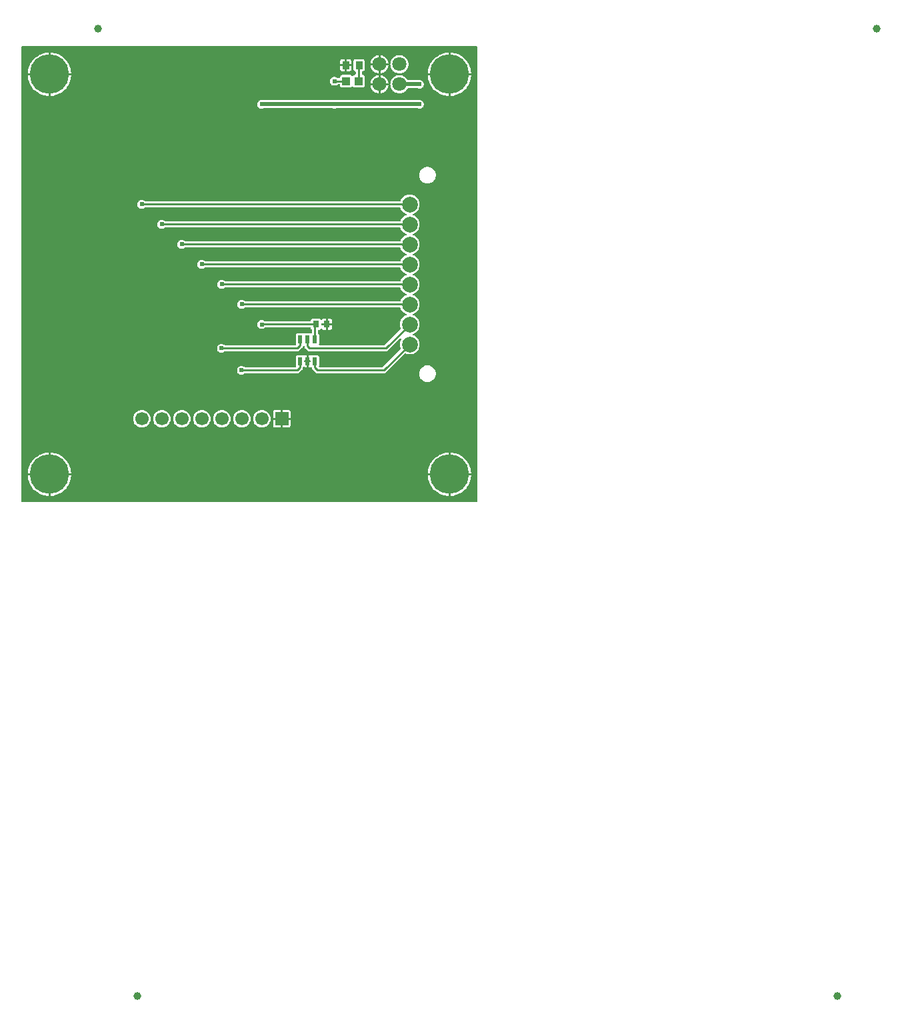
<source format=gtl>
G04 Layer: TopLayer*
G04 Panelize: V-CUT, Column: 2, Row: 2, Board Size: 58.42mm x 58.42mm, Panelized Board Size: 118.84mm x 118.84mm*
G04 EasyEDA v6.5.32, 2023-07-25 14:04:49*
G04 01c93cbc548a4dda9c4b12d9fff3756e,5a6b42c53f6a479593ecc07194224c93,10*
G04 Gerber Generator version 0.2*
G04 Scale: 100 percent, Rotated: No, Reflected: No *
G04 Dimensions in millimeters *
G04 leading zeros omitted , absolute positions ,4 integer and 5 decimal *
%FSLAX45Y45*%
%MOMM*%

%AMMACRO1*21,1,$1,$2,0,0,$3*%
%ADD10C,0.2540*%
%ADD11C,0.5000*%
%ADD12R,0.8000X0.9000*%
%ADD13R,0.5500X1.0000*%
%ADD14R,0.8999X1.0000*%
%ADD15R,1.0000X1.1000*%
%ADD16C,1.0000*%
%ADD17MACRO1,1.7X1.7X0.0000*%
%ADD18C,1.7000*%
%ADD19C,5.0000*%
%ADD20C,1.8000*%
%ADD21C,2.0000*%
%ADD22C,0.6096*%
%ADD23C,0.0117*%

%LPD*%
G36*
X5805932Y25908D02*
G01*
X36068Y26416D01*
X32156Y27178D01*
X28905Y29362D01*
X26670Y32664D01*
X25908Y36576D01*
X25908Y5805932D01*
X26670Y5809843D01*
X28905Y5813094D01*
X32156Y5815330D01*
X36068Y5816092D01*
X5805932Y5816092D01*
X5809843Y5815330D01*
X5813094Y5813094D01*
X5815330Y5809843D01*
X5816092Y5805932D01*
X5816092Y36068D01*
X5815330Y32207D01*
X5813094Y28905D01*
X5809843Y26670D01*
G37*

%LPC*%
G36*
X4456887Y5600700D02*
G01*
X4559300Y5600700D01*
X4559300Y5702960D01*
X4550308Y5701842D01*
X4536186Y5698236D01*
X4522673Y5692851D01*
X4509922Y5685840D01*
X4498136Y5677306D01*
X4487519Y5667349D01*
X4478223Y5656122D01*
X4470450Y5643829D01*
X4464253Y5630672D01*
X4459732Y5616803D01*
X4457039Y5602528D01*
G37*
G36*
X393700Y105562D02*
G01*
X398322Y105664D01*
X421284Y108051D01*
X443992Y112369D01*
X466242Y118618D01*
X487934Y126644D01*
X508812Y136499D01*
X528828Y148031D01*
X547827Y161239D01*
X565607Y175971D01*
X582117Y192125D01*
X597204Y209600D01*
X610819Y228295D01*
X622757Y248107D01*
X633018Y268782D01*
X641553Y290271D01*
X648208Y312369D01*
X653034Y334975D01*
X655929Y357936D01*
X656336Y368300D01*
X393700Y368300D01*
G37*
G36*
X5448300Y105613D02*
G01*
X5448300Y368300D01*
X5185410Y368300D01*
X5187289Y346405D01*
X5191150Y323646D01*
X5196890Y301244D01*
X5204460Y279450D01*
X5213858Y258317D01*
X5224983Y238099D01*
X5237784Y218846D01*
X5252161Y200710D01*
X5267960Y183896D01*
X5285130Y168402D01*
X5303520Y154432D01*
X5323027Y142087D01*
X5343499Y131368D01*
X5364835Y122428D01*
X5386781Y115265D01*
X5409285Y109982D01*
X5432145Y106629D01*
G37*
G36*
X368300Y105613D02*
G01*
X368300Y368300D01*
X105410Y368300D01*
X107289Y346405D01*
X111150Y323646D01*
X116890Y301244D01*
X124460Y279450D01*
X133858Y258317D01*
X144983Y238099D01*
X157784Y218846D01*
X172161Y200710D01*
X187960Y183896D01*
X205130Y168402D01*
X223520Y154432D01*
X243027Y142087D01*
X263499Y131368D01*
X284835Y122428D01*
X306781Y115265D01*
X329285Y109982D01*
X352145Y106629D01*
G37*
G36*
X393700Y393700D02*
G01*
X656336Y393700D01*
X655929Y404063D01*
X653034Y427024D01*
X648208Y449630D01*
X641553Y471728D01*
X633018Y493217D01*
X622757Y513892D01*
X610819Y533704D01*
X597204Y552348D01*
X582117Y569874D01*
X565607Y586028D01*
X547827Y600760D01*
X528828Y613968D01*
X508812Y625500D01*
X487934Y635355D01*
X466242Y643382D01*
X443992Y649630D01*
X421284Y653948D01*
X398322Y656336D01*
X393700Y656437D01*
G37*
G36*
X5473700Y393700D02*
G01*
X5736336Y393700D01*
X5735929Y404063D01*
X5733034Y427024D01*
X5728208Y449630D01*
X5721553Y471728D01*
X5713018Y493217D01*
X5702757Y513892D01*
X5690819Y533704D01*
X5677204Y552348D01*
X5662117Y569874D01*
X5645607Y586028D01*
X5627827Y600760D01*
X5608828Y613968D01*
X5588812Y625500D01*
X5567934Y635355D01*
X5546242Y643382D01*
X5523992Y649630D01*
X5501284Y653948D01*
X5478322Y656336D01*
X5473700Y656437D01*
G37*
G36*
X5185410Y393700D02*
G01*
X5448300Y393700D01*
X5448300Y656386D01*
X5432145Y655370D01*
X5409285Y652018D01*
X5386781Y646734D01*
X5364835Y639572D01*
X5343499Y630631D01*
X5323027Y619912D01*
X5303520Y607568D01*
X5285130Y593598D01*
X5267960Y578104D01*
X5252161Y561289D01*
X5237784Y543153D01*
X5224983Y523900D01*
X5213858Y503682D01*
X5204460Y482549D01*
X5196890Y460756D01*
X5191150Y438353D01*
X5187289Y415594D01*
G37*
G36*
X105410Y393700D02*
G01*
X368300Y393700D01*
X368300Y656386D01*
X352145Y655370D01*
X329285Y652018D01*
X306781Y646734D01*
X284835Y639572D01*
X263499Y630631D01*
X243027Y619912D01*
X223520Y607568D01*
X205130Y593598D01*
X187960Y578104D01*
X172161Y561289D01*
X157784Y543153D01*
X144983Y523900D01*
X133858Y503682D01*
X124460Y482549D01*
X116890Y460756D01*
X111150Y438353D01*
X107289Y415594D01*
G37*
G36*
X3247288Y974090D02*
G01*
X3319018Y974090D01*
X3319018Y1072286D01*
X3220821Y1072286D01*
X3220821Y1000556D01*
X3221532Y994257D01*
X3223412Y988771D01*
X3226511Y983894D01*
X3230626Y979779D01*
X3235502Y976731D01*
X3240989Y974801D01*
G37*
G36*
X3344418Y974090D02*
G01*
X3416147Y974090D01*
X3422446Y974801D01*
X3427933Y976731D01*
X3432810Y979779D01*
X3436924Y983894D01*
X3440023Y988771D01*
X3441903Y994257D01*
X3442614Y1000556D01*
X3442614Y1072286D01*
X3344418Y1072286D01*
G37*
G36*
X1804162Y974191D02*
G01*
X1818386Y974648D01*
X1832406Y976884D01*
X1846021Y980948D01*
X1859025Y986688D01*
X1871167Y994054D01*
X1882241Y1002944D01*
X1892147Y1013104D01*
X1900631Y1024534D01*
X1907641Y1036878D01*
X1912975Y1050086D01*
X1916582Y1063802D01*
X1918360Y1077925D01*
X1918360Y1092098D01*
X1916582Y1106220D01*
X1912975Y1119936D01*
X1907641Y1133094D01*
X1900631Y1145489D01*
X1892147Y1156868D01*
X1882241Y1167079D01*
X1871167Y1175969D01*
X1859025Y1183335D01*
X1846021Y1189075D01*
X1832406Y1193088D01*
X1818386Y1195374D01*
X1804162Y1195832D01*
X1790039Y1194460D01*
X1776171Y1191310D01*
X1762810Y1186383D01*
X1750212Y1179830D01*
X1738579Y1171702D01*
X1728063Y1162151D01*
X1718868Y1151331D01*
X1711096Y1139444D01*
X1704949Y1126642D01*
X1700479Y1113129D01*
X1697736Y1099210D01*
X1696821Y1084986D01*
X1697736Y1070813D01*
X1700479Y1056894D01*
X1704949Y1043381D01*
X1711096Y1030579D01*
X1718868Y1018692D01*
X1728063Y1007871D01*
X1738579Y998321D01*
X1750212Y990193D01*
X1762810Y983589D01*
X1776171Y978712D01*
X1790039Y975563D01*
G37*
G36*
X1550162Y974191D02*
G01*
X1564386Y974648D01*
X1578406Y976884D01*
X1592021Y980948D01*
X1605026Y986688D01*
X1617167Y994054D01*
X1628241Y1002944D01*
X1638147Y1013104D01*
X1646631Y1024534D01*
X1653641Y1036878D01*
X1658975Y1050086D01*
X1662582Y1063802D01*
X1664360Y1077925D01*
X1664360Y1092098D01*
X1662582Y1106220D01*
X1658975Y1119936D01*
X1653641Y1133094D01*
X1646631Y1145489D01*
X1638147Y1156868D01*
X1628241Y1167079D01*
X1617167Y1175969D01*
X1605026Y1183335D01*
X1592021Y1189075D01*
X1578406Y1193088D01*
X1564386Y1195374D01*
X1550162Y1195832D01*
X1536039Y1194460D01*
X1522171Y1191310D01*
X1508810Y1186383D01*
X1496212Y1179830D01*
X1484579Y1171702D01*
X1474063Y1162151D01*
X1464868Y1151331D01*
X1457096Y1139444D01*
X1450949Y1126642D01*
X1446479Y1113129D01*
X1443736Y1099210D01*
X1442821Y1084986D01*
X1443736Y1070813D01*
X1446479Y1056894D01*
X1450949Y1043381D01*
X1457096Y1030579D01*
X1464868Y1018692D01*
X1474063Y1007871D01*
X1484579Y998321D01*
X1496212Y990193D01*
X1508810Y983589D01*
X1522171Y978712D01*
X1536039Y975563D01*
G37*
G36*
X2566162Y974191D02*
G01*
X2580386Y974648D01*
X2594406Y976884D01*
X2608021Y980948D01*
X2621026Y986688D01*
X2633167Y994054D01*
X2644241Y1002944D01*
X2654147Y1013104D01*
X2662631Y1024534D01*
X2669641Y1036878D01*
X2674975Y1050086D01*
X2678582Y1063802D01*
X2680360Y1077925D01*
X2680360Y1092098D01*
X2678582Y1106220D01*
X2674975Y1119936D01*
X2669641Y1133094D01*
X2662631Y1145489D01*
X2654147Y1156868D01*
X2644241Y1167079D01*
X2633167Y1175969D01*
X2621026Y1183335D01*
X2608021Y1189075D01*
X2594406Y1193088D01*
X2580386Y1195374D01*
X2566162Y1195832D01*
X2552039Y1194460D01*
X2538171Y1191310D01*
X2524810Y1186383D01*
X2512212Y1179830D01*
X2500579Y1171702D01*
X2490063Y1162151D01*
X2480868Y1151331D01*
X2473096Y1139444D01*
X2466949Y1126642D01*
X2462479Y1113129D01*
X2459736Y1099210D01*
X2458821Y1084986D01*
X2459736Y1070813D01*
X2462479Y1056894D01*
X2466949Y1043381D01*
X2473096Y1030579D01*
X2480868Y1018692D01*
X2490063Y1007871D01*
X2500579Y998321D01*
X2512212Y990193D01*
X2524810Y983589D01*
X2538171Y978712D01*
X2552039Y975563D01*
G37*
G36*
X3074162Y974191D02*
G01*
X3088386Y974648D01*
X3102406Y976884D01*
X3116021Y980948D01*
X3129026Y986688D01*
X3141167Y994054D01*
X3152241Y1002944D01*
X3162147Y1013104D01*
X3170631Y1024534D01*
X3177641Y1036878D01*
X3182975Y1050086D01*
X3186582Y1063802D01*
X3188360Y1077925D01*
X3188360Y1092098D01*
X3186582Y1106220D01*
X3182975Y1119936D01*
X3177641Y1133094D01*
X3170631Y1145489D01*
X3162147Y1156868D01*
X3152241Y1167079D01*
X3141167Y1175969D01*
X3129026Y1183335D01*
X3116021Y1189075D01*
X3102406Y1193088D01*
X3088386Y1195374D01*
X3074162Y1195832D01*
X3060039Y1194460D01*
X3046171Y1191310D01*
X3032810Y1186383D01*
X3020212Y1179830D01*
X3008579Y1171702D01*
X2998063Y1162151D01*
X2988868Y1151331D01*
X2981096Y1139444D01*
X2974949Y1126642D01*
X2970479Y1113129D01*
X2967736Y1099210D01*
X2966821Y1084986D01*
X2967736Y1070813D01*
X2970479Y1056894D01*
X2974949Y1043381D01*
X2981096Y1030579D01*
X2988868Y1018692D01*
X2998063Y1007871D01*
X3008579Y998321D01*
X3020212Y990193D01*
X3032810Y983589D01*
X3046171Y978712D01*
X3060039Y975563D01*
G37*
G36*
X2820162Y974191D02*
G01*
X2834386Y974648D01*
X2848406Y976884D01*
X2862021Y980948D01*
X2875026Y986688D01*
X2887167Y994054D01*
X2898241Y1002944D01*
X2908147Y1013104D01*
X2916631Y1024534D01*
X2923641Y1036878D01*
X2928975Y1050086D01*
X2932582Y1063802D01*
X2934360Y1077925D01*
X2934360Y1092098D01*
X2932582Y1106220D01*
X2928975Y1119936D01*
X2923641Y1133094D01*
X2916631Y1145489D01*
X2908147Y1156868D01*
X2898241Y1167079D01*
X2887167Y1175969D01*
X2875026Y1183335D01*
X2862021Y1189075D01*
X2848406Y1193088D01*
X2834386Y1195374D01*
X2820162Y1195832D01*
X2806039Y1194460D01*
X2792171Y1191310D01*
X2778810Y1186383D01*
X2766212Y1179830D01*
X2754579Y1171702D01*
X2744063Y1162151D01*
X2734868Y1151331D01*
X2727096Y1139444D01*
X2720949Y1126642D01*
X2716479Y1113129D01*
X2713736Y1099210D01*
X2712821Y1084986D01*
X2713736Y1070813D01*
X2716479Y1056894D01*
X2720949Y1043381D01*
X2727096Y1030579D01*
X2734868Y1018692D01*
X2744063Y1007871D01*
X2754579Y998321D01*
X2766212Y990193D01*
X2778810Y983589D01*
X2792171Y978712D01*
X2806039Y975563D01*
G37*
G36*
X2058162Y974191D02*
G01*
X2072386Y974648D01*
X2086406Y976884D01*
X2100021Y980948D01*
X2113026Y986688D01*
X2125167Y994054D01*
X2136241Y1002944D01*
X2146147Y1013104D01*
X2154631Y1024534D01*
X2161641Y1036878D01*
X2166975Y1050086D01*
X2170582Y1063802D01*
X2172360Y1077925D01*
X2172360Y1092098D01*
X2170582Y1106220D01*
X2166975Y1119936D01*
X2161641Y1133094D01*
X2154631Y1145489D01*
X2146147Y1156868D01*
X2136241Y1167079D01*
X2125167Y1175969D01*
X2113026Y1183335D01*
X2100021Y1189075D01*
X2086406Y1193088D01*
X2072386Y1195374D01*
X2058162Y1195832D01*
X2044039Y1194460D01*
X2030171Y1191310D01*
X2016810Y1186383D01*
X2004212Y1179830D01*
X1992579Y1171702D01*
X1982063Y1162151D01*
X1972868Y1151331D01*
X1965096Y1139444D01*
X1958949Y1126642D01*
X1954479Y1113129D01*
X1951736Y1099210D01*
X1950821Y1084986D01*
X1951736Y1070813D01*
X1954479Y1056894D01*
X1958949Y1043381D01*
X1965096Y1030579D01*
X1972868Y1018692D01*
X1982063Y1007871D01*
X1992579Y998321D01*
X2004212Y990193D01*
X2016810Y983589D01*
X2030171Y978712D01*
X2044039Y975563D01*
G37*
G36*
X2312162Y974191D02*
G01*
X2326386Y974648D01*
X2340406Y976884D01*
X2354021Y980948D01*
X2367026Y986688D01*
X2379167Y994054D01*
X2390241Y1002944D01*
X2400147Y1013104D01*
X2408631Y1024534D01*
X2415641Y1036878D01*
X2420975Y1050086D01*
X2424582Y1063802D01*
X2426360Y1077925D01*
X2426360Y1092098D01*
X2424582Y1106220D01*
X2420975Y1119936D01*
X2415641Y1133094D01*
X2408631Y1145489D01*
X2400147Y1156868D01*
X2390241Y1167079D01*
X2379167Y1175969D01*
X2367026Y1183335D01*
X2354021Y1189075D01*
X2340406Y1193088D01*
X2326386Y1195374D01*
X2312162Y1195832D01*
X2298039Y1194460D01*
X2284171Y1191310D01*
X2270810Y1186383D01*
X2258212Y1179830D01*
X2246579Y1171702D01*
X2236063Y1162151D01*
X2226868Y1151331D01*
X2219096Y1139444D01*
X2212949Y1126642D01*
X2208479Y1113129D01*
X2205736Y1099210D01*
X2204821Y1084986D01*
X2205736Y1070813D01*
X2208479Y1056894D01*
X2212949Y1043381D01*
X2219096Y1030579D01*
X2226868Y1018692D01*
X2236063Y1007871D01*
X2246579Y998321D01*
X2258212Y990193D01*
X2270810Y983589D01*
X2284171Y978712D01*
X2298039Y975563D01*
G37*
G36*
X3344418Y1097686D02*
G01*
X3442614Y1097686D01*
X3442614Y1169416D01*
X3441903Y1175766D01*
X3440023Y1181201D01*
X3436924Y1186129D01*
X3432810Y1190193D01*
X3427933Y1193292D01*
X3422446Y1195222D01*
X3416147Y1195933D01*
X3344418Y1195933D01*
G37*
G36*
X3220821Y1097686D02*
G01*
X3319018Y1097686D01*
X3319018Y1195933D01*
X3247288Y1195933D01*
X3240989Y1195222D01*
X3235502Y1193292D01*
X3230626Y1190193D01*
X3226511Y1186129D01*
X3223412Y1181201D01*
X3221532Y1175766D01*
X3220821Y1169416D01*
G37*
G36*
X5181600Y1551736D02*
G01*
X5195417Y1552600D01*
X5208981Y1555343D01*
X5222138Y1559763D01*
X5234533Y1565910D01*
X5246065Y1573580D01*
X5256479Y1582724D01*
X5265623Y1593138D01*
X5273294Y1604670D01*
X5279440Y1617065D01*
X5283860Y1630222D01*
X5286603Y1643786D01*
X5287467Y1657604D01*
X5286603Y1671421D01*
X5283860Y1684985D01*
X5279440Y1698142D01*
X5273294Y1710537D01*
X5265623Y1722069D01*
X5256479Y1732483D01*
X5246065Y1741627D01*
X5234533Y1749298D01*
X5222138Y1755444D01*
X5208981Y1759864D01*
X5195417Y1762607D01*
X5181600Y1763471D01*
X5167782Y1762607D01*
X5154218Y1759864D01*
X5141061Y1755444D01*
X5128666Y1749298D01*
X5117134Y1741627D01*
X5106720Y1732483D01*
X5097576Y1722069D01*
X5089906Y1710537D01*
X5083759Y1698142D01*
X5079339Y1684985D01*
X5076596Y1671421D01*
X5075732Y1657604D01*
X5076596Y1643786D01*
X5079339Y1630222D01*
X5083759Y1617065D01*
X5089906Y1604670D01*
X5097576Y1593138D01*
X5106720Y1582724D01*
X5117134Y1573580D01*
X5128666Y1565910D01*
X5141061Y1559763D01*
X5154218Y1555343D01*
X5167782Y1552600D01*
G37*
G36*
X2819400Y1645462D02*
G01*
X2829204Y1646326D01*
X2838653Y1648866D01*
X2847594Y1652981D01*
X2855620Y1658620D01*
X2857195Y1660194D01*
X2860497Y1662430D01*
X2864358Y1663192D01*
X3530092Y1663192D01*
X3538118Y1663954D01*
X3545332Y1666189D01*
X3552037Y1669745D01*
X3558235Y1674825D01*
X3589528Y1706168D01*
X3594658Y1712366D01*
X3598214Y1719021D01*
X3600399Y1726285D01*
X3601212Y1735226D01*
X3602126Y1739442D01*
X3604666Y1742897D01*
X3608425Y1744980D01*
X3612743Y1745284D01*
X3616756Y1743811D01*
X3618890Y1742490D01*
X3624326Y1740611D01*
X3630676Y1739900D01*
X3644900Y1739900D01*
X3644900Y1803095D01*
X3626154Y1803095D01*
X3622294Y1803857D01*
X3618992Y1806041D01*
X3616807Y1809343D01*
X3615994Y1813255D01*
X3615994Y1818335D01*
X3616807Y1822196D01*
X3618992Y1825498D01*
X3622294Y1827733D01*
X3626154Y1828495D01*
X3644900Y1828495D01*
X3644900Y1891690D01*
X3630676Y1891690D01*
X3624326Y1890979D01*
X3618890Y1889048D01*
X3615486Y1886966D01*
X3611981Y1885594D01*
X3608222Y1885594D01*
X3604717Y1886966D01*
X3601313Y1889048D01*
X3595878Y1890979D01*
X3589528Y1891690D01*
X3535679Y1891690D01*
X3529380Y1890979D01*
X3523894Y1889048D01*
X3519017Y1886000D01*
X3514902Y1881886D01*
X3511804Y1877009D01*
X3509924Y1871522D01*
X3509213Y1865223D01*
X3509213Y1766366D01*
X3509924Y1760016D01*
X3512058Y1753920D01*
X3512616Y1750110D01*
X3511702Y1746351D01*
X3509467Y1743202D01*
X3506266Y1741119D01*
X3502456Y1740407D01*
X2864358Y1740407D01*
X2860497Y1741170D01*
X2857195Y1743405D01*
X2855620Y1744980D01*
X2847594Y1750618D01*
X2838653Y1754733D01*
X2829204Y1757273D01*
X2819400Y1758137D01*
X2809595Y1757273D01*
X2800146Y1754733D01*
X2791206Y1750618D01*
X2783179Y1744980D01*
X2776220Y1738020D01*
X2770581Y1729993D01*
X2766466Y1721053D01*
X2763926Y1711604D01*
X2763062Y1701800D01*
X2763926Y1691995D01*
X2766466Y1682546D01*
X2770581Y1673606D01*
X2776220Y1665579D01*
X2783179Y1658620D01*
X2791206Y1652981D01*
X2800146Y1648866D01*
X2809595Y1646326D01*
G37*
G36*
X3785108Y1663192D02*
G01*
X4628692Y1663192D01*
X4636719Y1663954D01*
X4643932Y1666189D01*
X4650587Y1669745D01*
X4656836Y1674825D01*
X4894224Y1912264D01*
X4897628Y1914499D01*
X4901641Y1915261D01*
X4905603Y1914347D01*
X4911953Y1911502D01*
X4926482Y1906981D01*
X4941417Y1904238D01*
X4956606Y1903323D01*
X4971745Y1904238D01*
X4986731Y1906981D01*
X5001209Y1911502D01*
X5015077Y1917750D01*
X5028082Y1925574D01*
X5040071Y1934972D01*
X5050840Y1945741D01*
X5060188Y1957679D01*
X5068062Y1970684D01*
X5074310Y1984552D01*
X5078831Y1999081D01*
X5081574Y2014016D01*
X5082489Y2029206D01*
X5081574Y2044395D01*
X5078831Y2059330D01*
X5074310Y2073859D01*
X5068062Y2087676D01*
X5060188Y2100732D01*
X5050840Y2112670D01*
X5040071Y2123440D01*
X5028082Y2132787D01*
X5015077Y2140661D01*
X5001158Y2146909D01*
X4998008Y2149144D01*
X4995926Y2152396D01*
X4995164Y2156206D01*
X4995926Y2160016D01*
X4998008Y2163216D01*
X5001158Y2165451D01*
X5015077Y2171750D01*
X5028082Y2179574D01*
X5040071Y2188972D01*
X5050840Y2199741D01*
X5060188Y2211679D01*
X5068062Y2224684D01*
X5074310Y2238552D01*
X5078831Y2253081D01*
X5081574Y2268016D01*
X5082489Y2283206D01*
X5081574Y2298395D01*
X5078831Y2313330D01*
X5074310Y2327859D01*
X5068062Y2341676D01*
X5060188Y2354732D01*
X5050840Y2366670D01*
X5040071Y2377440D01*
X5028082Y2386787D01*
X5015077Y2394661D01*
X5001158Y2400909D01*
X4998008Y2403144D01*
X4995926Y2406396D01*
X4995164Y2410206D01*
X4995926Y2414016D01*
X4998008Y2417216D01*
X5001158Y2419451D01*
X5015077Y2425750D01*
X5028082Y2433574D01*
X5040071Y2442972D01*
X5050840Y2453741D01*
X5060188Y2465679D01*
X5068062Y2478684D01*
X5074310Y2492552D01*
X5078831Y2507081D01*
X5081574Y2522016D01*
X5082489Y2537206D01*
X5081574Y2552395D01*
X5078831Y2567330D01*
X5074310Y2581859D01*
X5068062Y2595676D01*
X5060188Y2608732D01*
X5050840Y2620670D01*
X5040071Y2631440D01*
X5028082Y2640787D01*
X5015077Y2648661D01*
X5001158Y2654909D01*
X4998008Y2657144D01*
X4995926Y2660396D01*
X4995164Y2664206D01*
X4995926Y2668016D01*
X4998008Y2671216D01*
X5001158Y2673451D01*
X5015077Y2679750D01*
X5028082Y2687574D01*
X5040071Y2696972D01*
X5050840Y2707741D01*
X5060188Y2719679D01*
X5068062Y2732684D01*
X5074310Y2746552D01*
X5078831Y2761081D01*
X5081574Y2776016D01*
X5082489Y2791206D01*
X5081574Y2806395D01*
X5078831Y2821330D01*
X5074310Y2835859D01*
X5068062Y2849676D01*
X5060188Y2862732D01*
X5050840Y2874670D01*
X5040071Y2885440D01*
X5028082Y2894787D01*
X5015077Y2902661D01*
X5001158Y2908909D01*
X4998008Y2911144D01*
X4995926Y2914396D01*
X4995164Y2918206D01*
X4995926Y2922016D01*
X4998008Y2925216D01*
X5001158Y2927451D01*
X5015077Y2933750D01*
X5028082Y2941574D01*
X5040071Y2950972D01*
X5050840Y2961741D01*
X5060188Y2973679D01*
X5068062Y2986684D01*
X5074310Y3000552D01*
X5078831Y3015081D01*
X5081574Y3030016D01*
X5082489Y3045206D01*
X5081574Y3060395D01*
X5078831Y3075330D01*
X5074310Y3089859D01*
X5068062Y3103676D01*
X5060188Y3116732D01*
X5050840Y3128670D01*
X5040071Y3139440D01*
X5028082Y3148787D01*
X5015077Y3156661D01*
X5001158Y3162909D01*
X4998008Y3165144D01*
X4995926Y3168396D01*
X4995164Y3172206D01*
X4995926Y3176016D01*
X4998008Y3179216D01*
X5001158Y3181451D01*
X5015077Y3187750D01*
X5028082Y3195574D01*
X5040071Y3204972D01*
X5050840Y3215741D01*
X5060188Y3227679D01*
X5068062Y3240684D01*
X5074310Y3254552D01*
X5078831Y3269081D01*
X5081574Y3284016D01*
X5082489Y3299206D01*
X5081574Y3314395D01*
X5078831Y3329330D01*
X5074310Y3343859D01*
X5068062Y3357676D01*
X5060188Y3370732D01*
X5050840Y3382670D01*
X5040071Y3393440D01*
X5028082Y3402787D01*
X5015077Y3410661D01*
X5001158Y3416909D01*
X4998008Y3419144D01*
X4995926Y3422396D01*
X4995164Y3426206D01*
X4995926Y3430015D01*
X4998008Y3433216D01*
X5001158Y3435451D01*
X5015077Y3441750D01*
X5028082Y3449574D01*
X5040071Y3458972D01*
X5050840Y3469741D01*
X5060188Y3481679D01*
X5068062Y3494684D01*
X5074310Y3508552D01*
X5078831Y3523081D01*
X5081574Y3538016D01*
X5082489Y3553206D01*
X5081574Y3568395D01*
X5078831Y3583330D01*
X5074310Y3597859D01*
X5068062Y3611676D01*
X5060188Y3624732D01*
X5050840Y3636670D01*
X5040071Y3647440D01*
X5028082Y3656787D01*
X5015077Y3664661D01*
X5001158Y3670909D01*
X4998008Y3673144D01*
X4995926Y3676396D01*
X4995164Y3680206D01*
X4995926Y3684015D01*
X4998008Y3687216D01*
X5001158Y3689451D01*
X5015077Y3695750D01*
X5028082Y3703574D01*
X5040071Y3712972D01*
X5050840Y3723741D01*
X5060188Y3735679D01*
X5068062Y3748684D01*
X5074310Y3762552D01*
X5078831Y3777081D01*
X5081574Y3792016D01*
X5082489Y3807206D01*
X5081574Y3822395D01*
X5078831Y3837330D01*
X5074310Y3851859D01*
X5068062Y3865676D01*
X5060188Y3878732D01*
X5050840Y3890670D01*
X5040071Y3901440D01*
X5028082Y3910787D01*
X5015077Y3918661D01*
X5001209Y3924909D01*
X4986731Y3929430D01*
X4971745Y3932174D01*
X4956606Y3933088D01*
X4941417Y3932174D01*
X4926482Y3929430D01*
X4911953Y3924909D01*
X4898085Y3918661D01*
X4885080Y3910787D01*
X4873091Y3901440D01*
X4862372Y3890670D01*
X4852974Y3878732D01*
X4845100Y3865676D01*
X4840122Y3854602D01*
X4837887Y3851452D01*
X4834636Y3849319D01*
X4830876Y3848608D01*
X1598726Y3848608D01*
X1594815Y3849370D01*
X1591513Y3851554D01*
X1589938Y3853179D01*
X1581912Y3858818D01*
X1572971Y3862933D01*
X1563522Y3865473D01*
X1553718Y3866337D01*
X1543913Y3865473D01*
X1534464Y3862933D01*
X1525524Y3858818D01*
X1517497Y3853179D01*
X1510538Y3846220D01*
X1504899Y3838194D01*
X1500784Y3829253D01*
X1498244Y3819804D01*
X1497380Y3810000D01*
X1498244Y3800195D01*
X1500784Y3790746D01*
X1504899Y3781806D01*
X1510538Y3773779D01*
X1517497Y3766820D01*
X1525524Y3761181D01*
X1534464Y3757066D01*
X1543913Y3754526D01*
X1553718Y3753662D01*
X1563522Y3754526D01*
X1572971Y3757066D01*
X1581912Y3761181D01*
X1589938Y3766820D01*
X1591513Y3768394D01*
X1594815Y3770629D01*
X1598676Y3771392D01*
X4828641Y3771392D01*
X4832807Y3770477D01*
X4836261Y3767988D01*
X4838344Y3764229D01*
X4838903Y3762552D01*
X4845100Y3748684D01*
X4852974Y3735679D01*
X4862372Y3723741D01*
X4873091Y3712972D01*
X4885080Y3703574D01*
X4898085Y3695750D01*
X4912004Y3689451D01*
X4915154Y3687216D01*
X4917287Y3684015D01*
X4917998Y3680206D01*
X4917287Y3676396D01*
X4915154Y3673144D01*
X4912004Y3670909D01*
X4898085Y3664661D01*
X4885080Y3656787D01*
X4873091Y3647440D01*
X4862372Y3636670D01*
X4852974Y3624732D01*
X4845100Y3611676D01*
X4840122Y3600602D01*
X4837887Y3597452D01*
X4834636Y3595319D01*
X4830876Y3594608D01*
X1852726Y3594608D01*
X1848815Y3595370D01*
X1845513Y3597554D01*
X1843938Y3599179D01*
X1835912Y3604818D01*
X1826971Y3608933D01*
X1817522Y3611473D01*
X1807718Y3612337D01*
X1797913Y3611473D01*
X1788464Y3608933D01*
X1779524Y3604818D01*
X1771497Y3599179D01*
X1764538Y3592220D01*
X1758899Y3584194D01*
X1754784Y3575253D01*
X1752244Y3565804D01*
X1751380Y3556000D01*
X1752244Y3546195D01*
X1754784Y3536746D01*
X1758899Y3527806D01*
X1764538Y3519779D01*
X1771497Y3512820D01*
X1779524Y3507181D01*
X1788464Y3503066D01*
X1797913Y3500526D01*
X1807718Y3499662D01*
X1817522Y3500526D01*
X1826971Y3503066D01*
X1835912Y3507181D01*
X1843938Y3512820D01*
X1845513Y3514394D01*
X1848815Y3516629D01*
X1852675Y3517392D01*
X4828641Y3517392D01*
X4832807Y3516477D01*
X4836261Y3513988D01*
X4838344Y3510229D01*
X4838903Y3508552D01*
X4845100Y3494684D01*
X4852974Y3481679D01*
X4862372Y3469741D01*
X4873091Y3458972D01*
X4885080Y3449574D01*
X4898085Y3441750D01*
X4912004Y3435451D01*
X4915154Y3433216D01*
X4917287Y3430015D01*
X4917998Y3426206D01*
X4917287Y3422396D01*
X4915154Y3419144D01*
X4912004Y3416909D01*
X4898085Y3410661D01*
X4885080Y3402787D01*
X4873091Y3393440D01*
X4862372Y3382670D01*
X4852974Y3370732D01*
X4845100Y3357676D01*
X4840122Y3346602D01*
X4837887Y3343452D01*
X4834636Y3341319D01*
X4830876Y3340608D01*
X2106726Y3340608D01*
X2102815Y3341370D01*
X2099513Y3343554D01*
X2097938Y3345179D01*
X2089912Y3350818D01*
X2080971Y3354933D01*
X2071522Y3357473D01*
X2061718Y3358337D01*
X2051913Y3357473D01*
X2042464Y3354933D01*
X2033524Y3350818D01*
X2025497Y3345179D01*
X2018538Y3338220D01*
X2012899Y3330194D01*
X2008784Y3321253D01*
X2006244Y3311804D01*
X2005380Y3302000D01*
X2006244Y3292195D01*
X2008784Y3282746D01*
X2012899Y3273806D01*
X2018538Y3265779D01*
X2025497Y3258820D01*
X2033524Y3253181D01*
X2042464Y3249066D01*
X2051913Y3246526D01*
X2061718Y3245662D01*
X2071522Y3246526D01*
X2080971Y3249066D01*
X2089912Y3253181D01*
X2097938Y3258820D01*
X2099513Y3260394D01*
X2102815Y3262629D01*
X2106676Y3263392D01*
X4828641Y3263392D01*
X4832807Y3262477D01*
X4836261Y3259988D01*
X4838344Y3256229D01*
X4838903Y3254552D01*
X4845100Y3240684D01*
X4852974Y3227679D01*
X4862372Y3215741D01*
X4873091Y3204972D01*
X4885080Y3195574D01*
X4898085Y3187750D01*
X4912004Y3181451D01*
X4915154Y3179216D01*
X4917287Y3176016D01*
X4917998Y3172206D01*
X4917287Y3168396D01*
X4915154Y3165144D01*
X4912004Y3162909D01*
X4898085Y3156661D01*
X4885080Y3148787D01*
X4873091Y3139440D01*
X4862372Y3128670D01*
X4852974Y3116732D01*
X4845100Y3103676D01*
X4840122Y3092602D01*
X4837887Y3089452D01*
X4834636Y3087319D01*
X4830876Y3086608D01*
X2360726Y3086608D01*
X2356815Y3087370D01*
X2353513Y3089554D01*
X2351938Y3091180D01*
X2343912Y3096818D01*
X2334971Y3100933D01*
X2325522Y3103473D01*
X2315718Y3104337D01*
X2305913Y3103473D01*
X2296464Y3100933D01*
X2287524Y3096818D01*
X2279497Y3091180D01*
X2272538Y3084220D01*
X2266899Y3076194D01*
X2262784Y3067253D01*
X2260244Y3057804D01*
X2259380Y3048000D01*
X2260244Y3038195D01*
X2262784Y3028746D01*
X2266899Y3019806D01*
X2272538Y3011779D01*
X2279497Y3004820D01*
X2287524Y2999181D01*
X2296464Y2995066D01*
X2305913Y2992526D01*
X2315718Y2991662D01*
X2325522Y2992526D01*
X2334971Y2995066D01*
X2343912Y2999181D01*
X2351938Y3004820D01*
X2353513Y3006394D01*
X2356815Y3008630D01*
X2360676Y3009392D01*
X4828641Y3009392D01*
X4832807Y3008477D01*
X4836261Y3005988D01*
X4838344Y3002229D01*
X4838903Y3000552D01*
X4845100Y2986684D01*
X4852974Y2973679D01*
X4862372Y2961741D01*
X4873091Y2950972D01*
X4885080Y2941574D01*
X4898085Y2933750D01*
X4912004Y2927451D01*
X4915154Y2925216D01*
X4917287Y2922016D01*
X4917998Y2918206D01*
X4917287Y2914396D01*
X4915154Y2911144D01*
X4912004Y2908909D01*
X4898085Y2902661D01*
X4885080Y2894787D01*
X4873091Y2885440D01*
X4862372Y2874670D01*
X4852974Y2862732D01*
X4845100Y2849676D01*
X4840122Y2838602D01*
X4837887Y2835452D01*
X4834636Y2833319D01*
X4830876Y2832608D01*
X2614726Y2832608D01*
X2610815Y2833370D01*
X2607513Y2835554D01*
X2605938Y2837180D01*
X2597912Y2842818D01*
X2588971Y2846933D01*
X2579522Y2849473D01*
X2569718Y2850337D01*
X2559913Y2849473D01*
X2550464Y2846933D01*
X2541524Y2842818D01*
X2533497Y2837180D01*
X2526538Y2830220D01*
X2520899Y2822194D01*
X2516784Y2813253D01*
X2514244Y2803804D01*
X2513380Y2794000D01*
X2514244Y2784195D01*
X2516784Y2774746D01*
X2520899Y2765806D01*
X2526538Y2757779D01*
X2533497Y2750820D01*
X2541524Y2745181D01*
X2550464Y2741066D01*
X2559913Y2738526D01*
X2569718Y2737662D01*
X2579522Y2738526D01*
X2588971Y2741066D01*
X2597912Y2745181D01*
X2605938Y2750820D01*
X2607513Y2752394D01*
X2610815Y2754630D01*
X2614676Y2755392D01*
X4828641Y2755392D01*
X4832807Y2754477D01*
X4836261Y2751988D01*
X4838344Y2748229D01*
X4838903Y2746552D01*
X4845100Y2732684D01*
X4852974Y2719679D01*
X4862372Y2707741D01*
X4873091Y2696972D01*
X4885080Y2687574D01*
X4898085Y2679750D01*
X4912004Y2673451D01*
X4915154Y2671216D01*
X4917287Y2668016D01*
X4917998Y2664206D01*
X4917287Y2660396D01*
X4915154Y2657144D01*
X4912004Y2654909D01*
X4898085Y2648661D01*
X4885080Y2640787D01*
X4873091Y2631440D01*
X4862372Y2620670D01*
X4852974Y2608732D01*
X4845100Y2595676D01*
X4840122Y2584602D01*
X4837887Y2581452D01*
X4834636Y2579319D01*
X4830876Y2578608D01*
X2868726Y2578608D01*
X2864815Y2579370D01*
X2861513Y2581554D01*
X2859938Y2583180D01*
X2851912Y2588818D01*
X2842971Y2592933D01*
X2833522Y2595473D01*
X2823718Y2596337D01*
X2813913Y2595473D01*
X2804464Y2592933D01*
X2795524Y2588818D01*
X2787497Y2583180D01*
X2780538Y2576220D01*
X2774899Y2568194D01*
X2770784Y2559253D01*
X2768244Y2549804D01*
X2767380Y2540000D01*
X2768244Y2530195D01*
X2770784Y2520746D01*
X2774899Y2511806D01*
X2780538Y2503779D01*
X2787497Y2496820D01*
X2795524Y2491181D01*
X2804464Y2487066D01*
X2813913Y2484526D01*
X2823718Y2483662D01*
X2833522Y2484526D01*
X2842971Y2487066D01*
X2851912Y2491181D01*
X2859938Y2496820D01*
X2861513Y2498394D01*
X2864815Y2500630D01*
X2868676Y2501392D01*
X4828641Y2501392D01*
X4832807Y2500477D01*
X4836261Y2497988D01*
X4838344Y2494229D01*
X4838903Y2492552D01*
X4845100Y2478684D01*
X4852974Y2465679D01*
X4862372Y2453741D01*
X4873091Y2442972D01*
X4885080Y2433574D01*
X4898085Y2425750D01*
X4912004Y2419451D01*
X4915154Y2417216D01*
X4917287Y2414016D01*
X4917998Y2410206D01*
X4917287Y2406396D01*
X4915154Y2403144D01*
X4912004Y2400909D01*
X4898085Y2394661D01*
X4885080Y2386787D01*
X4873091Y2377440D01*
X4862372Y2366670D01*
X4852974Y2354732D01*
X4845100Y2341676D01*
X4838903Y2327859D01*
X4834382Y2313330D01*
X4831638Y2298395D01*
X4830724Y2283206D01*
X4831638Y2268016D01*
X4834382Y2253081D01*
X4838903Y2238552D01*
X4841748Y2232253D01*
X4842611Y2228240D01*
X4841900Y2224278D01*
X4839665Y2220874D01*
X4641545Y2022754D01*
X4638243Y2020570D01*
X4634382Y2019807D01*
X3812489Y2019807D01*
X3808679Y2020519D01*
X3805428Y2022652D01*
X3803192Y2025802D01*
X3802329Y2029561D01*
X3802887Y2033371D01*
X3805275Y2040077D01*
X3805986Y2046376D01*
X3805986Y2145233D01*
X3805275Y2151583D01*
X3803396Y2157018D01*
X3800297Y2161895D01*
X3793388Y2168448D01*
X3791762Y2171395D01*
X3791204Y2174798D01*
X3791204Y2204923D01*
X3791965Y2208784D01*
X3794150Y2212086D01*
X3797452Y2214270D01*
X3801364Y2215083D01*
X3804818Y2215083D01*
X3811168Y2215794D01*
X3816604Y2217674D01*
X3821531Y2220772D01*
X3825595Y2224836D01*
X3826814Y2226767D01*
X3829608Y2229662D01*
X3833368Y2231288D01*
X3837432Y2231288D01*
X3841191Y2229662D01*
X3843985Y2226767D01*
X3845204Y2224836D01*
X3849268Y2220772D01*
X3854196Y2217674D01*
X3859631Y2215794D01*
X3865981Y2215083D01*
X3892702Y2215083D01*
X3892702Y2273249D01*
X3841496Y2273249D01*
X3837584Y2274062D01*
X3834282Y2276246D01*
X3832098Y2279548D01*
X3831336Y2283409D01*
X3831336Y2288489D01*
X3832098Y2292400D01*
X3834282Y2295702D01*
X3837584Y2297887D01*
X3841496Y2298649D01*
X3892702Y2298649D01*
X3892702Y2356866D01*
X3865981Y2356866D01*
X3859631Y2356154D01*
X3854196Y2354275D01*
X3849268Y2351176D01*
X3845204Y2347112D01*
X3843985Y2345182D01*
X3841191Y2342286D01*
X3837432Y2340660D01*
X3833368Y2340660D01*
X3829608Y2342286D01*
X3826814Y2345182D01*
X3825595Y2347112D01*
X3821531Y2351176D01*
X3816604Y2354275D01*
X3811168Y2356154D01*
X3804818Y2356866D01*
X3725976Y2356866D01*
X3719677Y2356154D01*
X3714191Y2354275D01*
X3709314Y2351176D01*
X3705199Y2347112D01*
X3702100Y2342184D01*
X3700221Y2336749D01*
X3699865Y2333650D01*
X3698798Y2330094D01*
X3696563Y2327198D01*
X3693414Y2325268D01*
X3689756Y2324608D01*
X3119678Y2324608D01*
X3116630Y2325065D01*
X3113836Y2326436D01*
X3105912Y2332024D01*
X3096971Y2336139D01*
X3087522Y2338679D01*
X3077718Y2339543D01*
X3067913Y2338679D01*
X3058464Y2336139D01*
X3049524Y2332024D01*
X3041497Y2326386D01*
X3034538Y2319426D01*
X3028899Y2311400D01*
X3024784Y2302459D01*
X3022244Y2293010D01*
X3021380Y2283206D01*
X3022244Y2273401D01*
X3024784Y2263952D01*
X3028899Y2255012D01*
X3034538Y2246985D01*
X3041497Y2240026D01*
X3049524Y2234387D01*
X3058464Y2230272D01*
X3067913Y2227732D01*
X3077718Y2226868D01*
X3087522Y2227732D01*
X3096971Y2230272D01*
X3105912Y2234387D01*
X3113938Y2240026D01*
X3118307Y2244394D01*
X3121609Y2246630D01*
X3125520Y2247392D01*
X3689756Y2247392D01*
X3693363Y2246731D01*
X3696512Y2244801D01*
X3698798Y2241905D01*
X3699865Y2238349D01*
X3700221Y2235200D01*
X3702100Y2229764D01*
X3705199Y2224836D01*
X3711803Y2218486D01*
X3713429Y2215540D01*
X3713987Y2212187D01*
X3713987Y2176373D01*
X3713073Y2172157D01*
X3710482Y2168702D01*
X3706723Y2166620D01*
X3702456Y2166315D01*
X3698392Y2167788D01*
X3696309Y2169109D01*
X3690874Y2170988D01*
X3684524Y2171700D01*
X3630676Y2171700D01*
X3624326Y2170988D01*
X3618890Y2169109D01*
X3615486Y2166975D01*
X3611981Y2165604D01*
X3608222Y2165604D01*
X3604717Y2166975D01*
X3601313Y2169109D01*
X3595878Y2170988D01*
X3589528Y2171700D01*
X3535679Y2171700D01*
X3529380Y2170988D01*
X3523894Y2169109D01*
X3519017Y2166010D01*
X3514902Y2161895D01*
X3511804Y2157018D01*
X3509924Y2151583D01*
X3509213Y2145233D01*
X3509213Y2046376D01*
X3509924Y2040077D01*
X3512312Y2033371D01*
X3512870Y2029561D01*
X3512007Y2025802D01*
X3509772Y2022652D01*
X3506520Y2020519D01*
X3502710Y2019807D01*
X2610408Y2019807D01*
X2606497Y2020570D01*
X2603195Y2022805D01*
X2601620Y2024380D01*
X2593594Y2030018D01*
X2584653Y2034133D01*
X2575204Y2036673D01*
X2565400Y2037537D01*
X2555595Y2036673D01*
X2546146Y2034133D01*
X2537206Y2030018D01*
X2529179Y2024380D01*
X2522220Y2017420D01*
X2516581Y2009393D01*
X2512466Y2000453D01*
X2509926Y1991004D01*
X2509062Y1981200D01*
X2509926Y1971395D01*
X2512466Y1961946D01*
X2516581Y1953006D01*
X2522220Y1944979D01*
X2529179Y1938020D01*
X2537206Y1932381D01*
X2546146Y1928266D01*
X2555595Y1925726D01*
X2565400Y1924862D01*
X2575204Y1925726D01*
X2584653Y1928266D01*
X2593594Y1932381D01*
X2601620Y1938020D01*
X2603195Y1939594D01*
X2606497Y1941830D01*
X2610408Y1942592D01*
X3530092Y1942592D01*
X3538118Y1943404D01*
X3545332Y1945589D01*
X3552037Y1949145D01*
X3558235Y1954275D01*
X3589528Y1985568D01*
X3594658Y1991766D01*
X3598214Y1998472D01*
X3599687Y2003348D01*
X3601567Y2006854D01*
X3604666Y2009343D01*
X3608425Y2010511D01*
X3612387Y2010105D01*
X3615893Y2008225D01*
X3618382Y2005177D01*
X3619550Y2001367D01*
X3619754Y1999081D01*
X3621989Y1991817D01*
X3625545Y1985162D01*
X3630625Y1978964D01*
X3655364Y1954225D01*
X3661562Y1949145D01*
X3668217Y1945589D01*
X3675481Y1943354D01*
X3683508Y1942592D01*
X4654092Y1942592D01*
X4662068Y1943354D01*
X4669332Y1945589D01*
X4675987Y1949145D01*
X4682236Y1954225D01*
X4830978Y2102967D01*
X4834483Y2105253D01*
X4838598Y2105964D01*
X4842611Y2104898D01*
X4845913Y2102358D01*
X4847894Y2098649D01*
X4848199Y2094484D01*
X4846828Y2090572D01*
X4845100Y2087676D01*
X4838903Y2073859D01*
X4834382Y2059330D01*
X4831638Y2044395D01*
X4830724Y2029206D01*
X4831638Y2014016D01*
X4834382Y1999081D01*
X4838903Y1984552D01*
X4841748Y1978253D01*
X4842611Y1974240D01*
X4841900Y1970278D01*
X4839665Y1966874D01*
X4616145Y1743405D01*
X4612843Y1741170D01*
X4608982Y1740407D01*
X3812743Y1740407D01*
X3808933Y1741119D01*
X3805732Y1743202D01*
X3803497Y1746351D01*
X3802583Y1750110D01*
X3803142Y1753920D01*
X3805275Y1760016D01*
X3805986Y1766366D01*
X3805986Y1865223D01*
X3805275Y1871522D01*
X3803396Y1877009D01*
X3800297Y1881886D01*
X3796182Y1886000D01*
X3791305Y1889048D01*
X3785819Y1890979D01*
X3779520Y1891690D01*
X3725672Y1891690D01*
X3719322Y1890979D01*
X3713886Y1889048D01*
X3710482Y1886966D01*
X3706977Y1885594D01*
X3703218Y1885594D01*
X3699713Y1886966D01*
X3696309Y1889048D01*
X3690874Y1890979D01*
X3684524Y1891690D01*
X3670300Y1891690D01*
X3670300Y1828495D01*
X3689045Y1828495D01*
X3692906Y1827733D01*
X3696208Y1825498D01*
X3698392Y1822196D01*
X3699205Y1818335D01*
X3699205Y1813255D01*
X3698392Y1809343D01*
X3696208Y1806041D01*
X3692906Y1803857D01*
X3689045Y1803095D01*
X3670300Y1803095D01*
X3670300Y1739900D01*
X3684524Y1739900D01*
X3690874Y1740611D01*
X3696309Y1742490D01*
X3698392Y1743811D01*
X3702456Y1745284D01*
X3706723Y1744929D01*
X3710482Y1742897D01*
X3713073Y1739442D01*
X3713987Y1734312D01*
X3714750Y1726285D01*
X3716985Y1719021D01*
X3720541Y1712366D01*
X3725621Y1706168D01*
X3756964Y1674825D01*
X3763162Y1669745D01*
X3769817Y1666189D01*
X3777081Y1663954D01*
G37*
G36*
X4584700Y5600700D02*
G01*
X4687112Y5600700D01*
X4686960Y5602528D01*
X4684268Y5616803D01*
X4679746Y5630672D01*
X4673549Y5643829D01*
X4665776Y5656122D01*
X4656480Y5667349D01*
X4645863Y5677306D01*
X4634077Y5685840D01*
X4621326Y5692851D01*
X4607814Y5698236D01*
X4593691Y5701842D01*
X4584700Y5702960D01*
G37*
G36*
X4156811Y5588000D02*
G01*
X4214977Y5588000D01*
X4214977Y5624728D01*
X4214266Y5631027D01*
X4212386Y5636514D01*
X4209288Y5641390D01*
X4205224Y5645505D01*
X4200296Y5648604D01*
X4194860Y5650484D01*
X4188510Y5651195D01*
X4156811Y5651195D01*
G37*
G36*
X4073194Y5588000D02*
G01*
X4131411Y5588000D01*
X4131411Y5651195D01*
X4099661Y5651195D01*
X4093362Y5650484D01*
X4087876Y5648604D01*
X4082999Y5645505D01*
X4078884Y5641390D01*
X4075785Y5636514D01*
X4073906Y5631027D01*
X4073194Y5624728D01*
G37*
G36*
X4099661Y5499404D02*
G01*
X4131411Y5499404D01*
X4131411Y5562600D01*
X4073194Y5562600D01*
X4073194Y5525871D01*
X4073906Y5519521D01*
X4075785Y5514086D01*
X4078884Y5509158D01*
X4082999Y5505094D01*
X4087876Y5501995D01*
X4093362Y5500116D01*
G37*
G36*
X4156811Y5499404D02*
G01*
X4188510Y5499404D01*
X4194860Y5500116D01*
X4200296Y5501995D01*
X4205224Y5505094D01*
X4209288Y5509158D01*
X4212386Y5514086D01*
X4214266Y5519521D01*
X4214977Y5525871D01*
X4214977Y5562600D01*
X4156811Y5562600D01*
G37*
G36*
X105410Y5473700D02*
G01*
X368300Y5473700D01*
X368300Y5736386D01*
X352145Y5735370D01*
X329285Y5732018D01*
X306781Y5726734D01*
X284835Y5719572D01*
X263499Y5710631D01*
X243027Y5699912D01*
X223520Y5687568D01*
X205130Y5673598D01*
X187960Y5658104D01*
X172161Y5641289D01*
X157784Y5623153D01*
X144983Y5603900D01*
X133858Y5583682D01*
X124460Y5562549D01*
X116890Y5540756D01*
X111150Y5518353D01*
X107289Y5495594D01*
G37*
G36*
X5185410Y5473700D02*
G01*
X5448300Y5473700D01*
X5448300Y5736386D01*
X5432145Y5735370D01*
X5409285Y5732018D01*
X5386781Y5726734D01*
X5364835Y5719572D01*
X5343499Y5710631D01*
X5323027Y5699912D01*
X5303520Y5687568D01*
X5285130Y5673598D01*
X5267960Y5658104D01*
X5252161Y5641289D01*
X5237784Y5623153D01*
X5224983Y5603900D01*
X5213858Y5583682D01*
X5204460Y5562549D01*
X5196890Y5540756D01*
X5191150Y5518353D01*
X5187289Y5495594D01*
G37*
G36*
X393700Y5473700D02*
G01*
X656336Y5473700D01*
X655929Y5484063D01*
X653034Y5507024D01*
X648208Y5529630D01*
X641553Y5551728D01*
X633018Y5573217D01*
X622757Y5593892D01*
X610819Y5613704D01*
X597204Y5632348D01*
X582117Y5649874D01*
X565607Y5666028D01*
X547827Y5680760D01*
X528828Y5693968D01*
X508812Y5705500D01*
X487934Y5715355D01*
X466242Y5723382D01*
X443992Y5729630D01*
X421284Y5733948D01*
X398322Y5736336D01*
X393700Y5736437D01*
G37*
G36*
X5473700Y5473700D02*
G01*
X5736336Y5473700D01*
X5735929Y5484063D01*
X5733034Y5507024D01*
X5728208Y5529630D01*
X5721553Y5551728D01*
X5713018Y5573217D01*
X5702757Y5593892D01*
X5690819Y5613704D01*
X5677204Y5632348D01*
X5662117Y5649874D01*
X5645607Y5666028D01*
X5627827Y5680760D01*
X5608828Y5693968D01*
X5588812Y5705500D01*
X5567934Y5715355D01*
X5546242Y5723382D01*
X5523992Y5729630D01*
X5501284Y5733948D01*
X5478322Y5736336D01*
X5473700Y5736437D01*
G37*
G36*
X4584700Y5473039D02*
G01*
X4593691Y5474157D01*
X4607814Y5477764D01*
X4621326Y5483148D01*
X4634077Y5490159D01*
X4645863Y5498693D01*
X4656480Y5508650D01*
X4665776Y5519877D01*
X4673549Y5532170D01*
X4679746Y5545328D01*
X4684268Y5559196D01*
X4686960Y5573471D01*
X4687112Y5575300D01*
X4584700Y5575300D01*
G37*
G36*
X4559300Y5473039D02*
G01*
X4559300Y5575300D01*
X4456887Y5575300D01*
X4457039Y5573471D01*
X4459732Y5559196D01*
X4464253Y5545328D01*
X4470450Y5532170D01*
X4478223Y5519877D01*
X4487519Y5508650D01*
X4498136Y5498693D01*
X4509922Y5490159D01*
X4522673Y5483148D01*
X4536186Y5477764D01*
X4550308Y5474157D01*
G37*
G36*
X4818735Y5472328D02*
G01*
X4833264Y5472328D01*
X4847691Y5474157D01*
X4861814Y5477764D01*
X4875326Y5483148D01*
X4888077Y5490159D01*
X4899863Y5498693D01*
X4910480Y5508650D01*
X4919776Y5519877D01*
X4927549Y5532170D01*
X4933746Y5545328D01*
X4938268Y5559196D01*
X4940960Y5573471D01*
X4941874Y5588000D01*
X4940960Y5602528D01*
X4938268Y5616803D01*
X4933746Y5630672D01*
X4927549Y5643829D01*
X4919776Y5656122D01*
X4910480Y5667349D01*
X4899863Y5677306D01*
X4888077Y5685840D01*
X4875326Y5692851D01*
X4861814Y5698236D01*
X4847691Y5701842D01*
X4833264Y5703671D01*
X4818735Y5703671D01*
X4804308Y5701842D01*
X4790186Y5698236D01*
X4776673Y5692851D01*
X4763922Y5685840D01*
X4752136Y5677306D01*
X4741519Y5667349D01*
X4732223Y5656122D01*
X4724450Y5643829D01*
X4718253Y5630672D01*
X4713732Y5616803D01*
X4711039Y5602528D01*
X4710125Y5588000D01*
X4711039Y5573471D01*
X4713732Y5559196D01*
X4718253Y5545328D01*
X4724450Y5532170D01*
X4732223Y5519877D01*
X4741519Y5508650D01*
X4752136Y5498693D01*
X4763922Y5490159D01*
X4776673Y5483148D01*
X4790186Y5477764D01*
X4804308Y5474157D01*
G37*
G36*
X4584700Y5346700D02*
G01*
X4687112Y5346700D01*
X4686960Y5348528D01*
X4684268Y5362803D01*
X4679746Y5376672D01*
X4673549Y5389829D01*
X4665776Y5402122D01*
X4656480Y5413349D01*
X4645863Y5423306D01*
X4634077Y5431840D01*
X4621326Y5438851D01*
X4607814Y5444236D01*
X4593691Y5447842D01*
X4584700Y5448960D01*
G37*
G36*
X3918102Y2215083D02*
G01*
X3944823Y2215083D01*
X3951122Y2215794D01*
X3956608Y2217674D01*
X3961485Y2220772D01*
X3965600Y2224836D01*
X3968699Y2229764D01*
X3970578Y2235200D01*
X3971290Y2241550D01*
X3971290Y2273249D01*
X3918102Y2273249D01*
G37*
G36*
X4456887Y5346700D02*
G01*
X4559300Y5346700D01*
X4559300Y5448960D01*
X4550308Y5447842D01*
X4536186Y5444236D01*
X4522673Y5438851D01*
X4509922Y5431840D01*
X4498136Y5423306D01*
X4487519Y5413349D01*
X4478223Y5402122D01*
X4470450Y5389829D01*
X4464253Y5376672D01*
X4459732Y5362803D01*
X4457039Y5348528D01*
G37*
G36*
X4099661Y5291175D02*
G01*
X4198518Y5291175D01*
X4204868Y5291886D01*
X4210304Y5293817D01*
X4215231Y5296916D01*
X4219295Y5300980D01*
X4220514Y5302859D01*
X4223308Y5305806D01*
X4227068Y5307431D01*
X4231132Y5307431D01*
X4234891Y5305806D01*
X4237685Y5302859D01*
X4238904Y5300980D01*
X4242968Y5296916D01*
X4247896Y5293817D01*
X4253331Y5291886D01*
X4259681Y5291175D01*
X4358538Y5291175D01*
X4364837Y5291886D01*
X4370324Y5293817D01*
X4375200Y5296916D01*
X4379315Y5300980D01*
X4382363Y5305907D01*
X4384294Y5311343D01*
X4385005Y5317693D01*
X4385005Y5426506D01*
X4384294Y5432856D01*
X4382363Y5438292D01*
X4379315Y5443220D01*
X4375200Y5447284D01*
X4370324Y5450382D01*
X4364939Y5452262D01*
X4356862Y5453075D01*
X4353306Y5454091D01*
X4350308Y5456326D01*
X4348378Y5459526D01*
X4347718Y5463184D01*
X4347718Y5489244D01*
X4348378Y5492902D01*
X4350308Y5496052D01*
X4353306Y5498287D01*
X4356862Y5499354D01*
X4364888Y5500116D01*
X4370324Y5501995D01*
X4375200Y5505094D01*
X4379315Y5509158D01*
X4382363Y5514086D01*
X4384294Y5519521D01*
X4385005Y5525871D01*
X4385005Y5624728D01*
X4384294Y5631027D01*
X4382363Y5636514D01*
X4379315Y5641390D01*
X4375200Y5645505D01*
X4370324Y5648604D01*
X4364837Y5650484D01*
X4358538Y5651195D01*
X4269689Y5651195D01*
X4263339Y5650484D01*
X4257903Y5648604D01*
X4252976Y5645505D01*
X4248912Y5641390D01*
X4245813Y5636514D01*
X4243882Y5631027D01*
X4243171Y5624728D01*
X4243171Y5525871D01*
X4243882Y5519521D01*
X4245813Y5514086D01*
X4248912Y5509158D01*
X4252976Y5505094D01*
X4257903Y5501995D01*
X4263694Y5499963D01*
X4267250Y5497830D01*
X4269638Y5494477D01*
X4270502Y5490413D01*
X4270502Y5463184D01*
X4269790Y5459526D01*
X4267860Y5456326D01*
X4264863Y5454091D01*
X4261307Y5453075D01*
X4253280Y5452262D01*
X4247896Y5450382D01*
X4242968Y5447284D01*
X4238904Y5443220D01*
X4237685Y5441340D01*
X4234891Y5438394D01*
X4231132Y5436768D01*
X4227068Y5436768D01*
X4223308Y5438394D01*
X4220514Y5441340D01*
X4219295Y5443220D01*
X4215231Y5447284D01*
X4210304Y5450382D01*
X4204868Y5452313D01*
X4198518Y5453024D01*
X4099661Y5453024D01*
X4093362Y5452313D01*
X4087876Y5450382D01*
X4082999Y5447284D01*
X4078884Y5443220D01*
X4075836Y5438292D01*
X4073906Y5432856D01*
X4073194Y5426506D01*
X4073194Y5420868D01*
X4072432Y5416956D01*
X4070197Y5413705D01*
X4066946Y5411470D01*
X4063034Y5410708D01*
X4045508Y5410708D01*
X4041597Y5411470D01*
X4038295Y5413705D01*
X4036720Y5415280D01*
X4028694Y5420918D01*
X4019753Y5425033D01*
X4010304Y5427573D01*
X4000500Y5428437D01*
X3990695Y5427573D01*
X3981246Y5425033D01*
X3972306Y5420918D01*
X3964279Y5415280D01*
X3957320Y5408320D01*
X3951681Y5400294D01*
X3947566Y5391353D01*
X3945026Y5381904D01*
X3944162Y5372100D01*
X3945026Y5362295D01*
X3947566Y5352846D01*
X3951681Y5343906D01*
X3957320Y5335879D01*
X3964279Y5328920D01*
X3972306Y5323281D01*
X3981246Y5319166D01*
X3990695Y5316626D01*
X4000500Y5315762D01*
X4010304Y5316626D01*
X4019753Y5319166D01*
X4028694Y5323281D01*
X4036720Y5328920D01*
X4038295Y5330494D01*
X4041597Y5332730D01*
X4045508Y5333492D01*
X4063034Y5333492D01*
X4066946Y5332730D01*
X4070197Y5330494D01*
X4072432Y5327243D01*
X4073194Y5323332D01*
X4073194Y5317693D01*
X4073906Y5311343D01*
X4075836Y5305907D01*
X4078884Y5300980D01*
X4082999Y5296916D01*
X4087876Y5293817D01*
X4093362Y5291886D01*
G37*
G36*
X3918102Y2298649D02*
G01*
X3971290Y2298649D01*
X3971290Y2330399D01*
X3970578Y2336749D01*
X3968699Y2342184D01*
X3965600Y2347112D01*
X3961485Y2351176D01*
X3956608Y2354275D01*
X3951122Y2356154D01*
X3944823Y2356866D01*
X3918102Y2356866D01*
G37*
G36*
X4559300Y5219039D02*
G01*
X4559300Y5321300D01*
X4456887Y5321300D01*
X4457039Y5319471D01*
X4459732Y5305196D01*
X4464253Y5291328D01*
X4470450Y5278170D01*
X4478223Y5265877D01*
X4487519Y5254650D01*
X4498136Y5244693D01*
X4509922Y5236159D01*
X4522673Y5229148D01*
X4536186Y5223764D01*
X4550308Y5220157D01*
G37*
G36*
X4584700Y5219039D02*
G01*
X4593691Y5220157D01*
X4607814Y5223764D01*
X4621326Y5229148D01*
X4634077Y5236159D01*
X4645863Y5244693D01*
X4656480Y5254650D01*
X4665776Y5265877D01*
X4673549Y5278170D01*
X4679746Y5291328D01*
X4684268Y5305196D01*
X4686960Y5319471D01*
X4687112Y5321300D01*
X4584700Y5321300D01*
G37*
G36*
X4818735Y5218328D02*
G01*
X4833264Y5218328D01*
X4847691Y5220157D01*
X4861814Y5223764D01*
X4875326Y5229148D01*
X4888077Y5236159D01*
X4899863Y5244693D01*
X4910480Y5254650D01*
X4919776Y5265877D01*
X4927701Y5278374D01*
X4929936Y5280914D01*
X4932934Y5282539D01*
X4936286Y5283098D01*
X5054092Y5283098D01*
X5058410Y5282133D01*
X5060746Y5281066D01*
X5070195Y5278526D01*
X5080000Y5277662D01*
X5089804Y5278526D01*
X5099253Y5281066D01*
X5108194Y5285181D01*
X5116220Y5290820D01*
X5123180Y5297779D01*
X5128818Y5305806D01*
X5132933Y5314746D01*
X5135473Y5324195D01*
X5136337Y5334000D01*
X5135473Y5343804D01*
X5132933Y5353253D01*
X5128818Y5362194D01*
X5123180Y5370220D01*
X5116220Y5377180D01*
X5108194Y5382818D01*
X5099253Y5386933D01*
X5089804Y5389473D01*
X5080000Y5390337D01*
X5070195Y5389473D01*
X5060746Y5386933D01*
X5058410Y5385866D01*
X5054092Y5384901D01*
X4936286Y5384901D01*
X4932934Y5385460D01*
X4929936Y5387086D01*
X4927701Y5389626D01*
X4919776Y5402122D01*
X4910480Y5413349D01*
X4899863Y5423306D01*
X4888077Y5431840D01*
X4875326Y5438851D01*
X4861814Y5444236D01*
X4847691Y5447842D01*
X4833264Y5449671D01*
X4818735Y5449671D01*
X4804308Y5447842D01*
X4790186Y5444236D01*
X4776673Y5438851D01*
X4763922Y5431840D01*
X4752136Y5423306D01*
X4741519Y5413349D01*
X4732223Y5402122D01*
X4724450Y5389829D01*
X4718253Y5376672D01*
X4713732Y5362803D01*
X4711039Y5348528D01*
X4710125Y5334000D01*
X4711039Y5319471D01*
X4713732Y5305196D01*
X4718253Y5291328D01*
X4724450Y5278170D01*
X4732223Y5265877D01*
X4741519Y5254650D01*
X4752136Y5244693D01*
X4763922Y5236159D01*
X4776673Y5229148D01*
X4790186Y5223764D01*
X4804308Y5220157D01*
G37*
G36*
X368300Y5185613D02*
G01*
X368300Y5448300D01*
X105410Y5448300D01*
X107289Y5426405D01*
X111150Y5403646D01*
X116890Y5381244D01*
X124460Y5359450D01*
X133858Y5338318D01*
X144983Y5318099D01*
X157784Y5298846D01*
X172161Y5280710D01*
X187960Y5263896D01*
X205130Y5248402D01*
X223520Y5234432D01*
X243027Y5222087D01*
X263499Y5211368D01*
X284835Y5202428D01*
X306781Y5195265D01*
X329285Y5189982D01*
X352145Y5186629D01*
G37*
G36*
X5473700Y105562D02*
G01*
X5478322Y105664D01*
X5501284Y108051D01*
X5523992Y112369D01*
X5546242Y118618D01*
X5567934Y126644D01*
X5588812Y136499D01*
X5608828Y148031D01*
X5627827Y161239D01*
X5645607Y175971D01*
X5662117Y192125D01*
X5677204Y209600D01*
X5690819Y228295D01*
X5702757Y248107D01*
X5713018Y268782D01*
X5721553Y290271D01*
X5728208Y312369D01*
X5733034Y334975D01*
X5735929Y357936D01*
X5736336Y368300D01*
X5473700Y368300D01*
G37*
G36*
X5448300Y5185613D02*
G01*
X5448300Y5448300D01*
X5185410Y5448300D01*
X5187289Y5426405D01*
X5191150Y5403646D01*
X5196890Y5381244D01*
X5204460Y5359450D01*
X5213858Y5338318D01*
X5224983Y5318099D01*
X5237784Y5298846D01*
X5252161Y5280710D01*
X5267960Y5263896D01*
X5285130Y5248402D01*
X5303520Y5234432D01*
X5323027Y5222087D01*
X5343499Y5211368D01*
X5364835Y5202428D01*
X5386781Y5195265D01*
X5409285Y5189982D01*
X5432145Y5186629D01*
G37*
G36*
X393700Y5185562D02*
G01*
X398322Y5185664D01*
X421284Y5188051D01*
X443992Y5192369D01*
X466242Y5198618D01*
X487934Y5206644D01*
X508812Y5216499D01*
X528828Y5228031D01*
X547827Y5241239D01*
X565607Y5255971D01*
X582117Y5272125D01*
X597204Y5289600D01*
X610819Y5308295D01*
X622757Y5328107D01*
X633018Y5348782D01*
X641553Y5370271D01*
X648208Y5392369D01*
X653034Y5414975D01*
X655929Y5437936D01*
X656336Y5448300D01*
X393700Y5448300D01*
G37*
G36*
X5473700Y5185562D02*
G01*
X5478322Y5185664D01*
X5501284Y5188051D01*
X5523992Y5192369D01*
X5546242Y5198618D01*
X5567934Y5206644D01*
X5588812Y5216499D01*
X5608828Y5228031D01*
X5627827Y5241239D01*
X5645607Y5255971D01*
X5662117Y5272125D01*
X5677204Y5289600D01*
X5690819Y5308295D01*
X5702757Y5328107D01*
X5713018Y5348782D01*
X5721553Y5370271D01*
X5728208Y5392369D01*
X5733034Y5414975D01*
X5735929Y5437936D01*
X5736336Y5448300D01*
X5473700Y5448300D01*
G37*
G36*
X3077718Y5023612D02*
G01*
X3087522Y5024475D01*
X3096971Y5027015D01*
X3099409Y5028133D01*
X3103676Y5029098D01*
X3974541Y5029098D01*
X3978808Y5028133D01*
X3981246Y5027015D01*
X3990695Y5024475D01*
X4000500Y5023612D01*
X4010304Y5024475D01*
X4019753Y5027015D01*
X4022140Y5028133D01*
X4026458Y5029098D01*
X5054041Y5029098D01*
X5058359Y5028133D01*
X5060746Y5027015D01*
X5070195Y5024475D01*
X5080000Y5023612D01*
X5089804Y5024475D01*
X5099253Y5027015D01*
X5108194Y5031181D01*
X5116220Y5036820D01*
X5123180Y5043728D01*
X5128818Y5051806D01*
X5132933Y5060696D01*
X5135473Y5070195D01*
X5136337Y5079949D01*
X5135473Y5089753D01*
X5132933Y5099253D01*
X5128818Y5108143D01*
X5123180Y5116220D01*
X5116220Y5123129D01*
X5108194Y5128768D01*
X5099253Y5132933D01*
X5089804Y5135473D01*
X5080000Y5136337D01*
X5070195Y5135473D01*
X5060746Y5132933D01*
X5058410Y5131866D01*
X5054142Y5130901D01*
X4026357Y5130901D01*
X4022090Y5131866D01*
X4019753Y5132933D01*
X4010304Y5135473D01*
X4000500Y5136337D01*
X3990695Y5135473D01*
X3981246Y5132933D01*
X3978960Y5131866D01*
X3974642Y5130901D01*
X3103575Y5130901D01*
X3099257Y5131866D01*
X3096971Y5132933D01*
X3087522Y5135473D01*
X3077718Y5136337D01*
X3067913Y5135473D01*
X3058464Y5132933D01*
X3049524Y5128768D01*
X3041497Y5123129D01*
X3034538Y5116220D01*
X3028899Y5108143D01*
X3024784Y5099253D01*
X3022244Y5089753D01*
X3021380Y5079949D01*
X3022244Y5070195D01*
X3024784Y5060696D01*
X3028899Y5051806D01*
X3034538Y5043728D01*
X3041497Y5036820D01*
X3049524Y5031181D01*
X3058464Y5027015D01*
X3067913Y5024475D01*
G37*
G36*
X5181600Y4072890D02*
G01*
X5195417Y4073804D01*
X5208981Y4076496D01*
X5222138Y4080967D01*
X5234533Y4087063D01*
X5246065Y4094784D01*
X5256479Y4103928D01*
X5265623Y4114342D01*
X5273294Y4125823D01*
X5279440Y4138269D01*
X5283860Y4151376D01*
X5286603Y4164939D01*
X5287467Y4178757D01*
X5286603Y4192625D01*
X5283860Y4206189D01*
X5279440Y4219295D01*
X5273294Y4231741D01*
X5265623Y4243222D01*
X5256479Y4253636D01*
X5246065Y4262780D01*
X5234533Y4270502D01*
X5222138Y4276598D01*
X5208981Y4281068D01*
X5195417Y4283760D01*
X5181600Y4284675D01*
X5167782Y4283760D01*
X5154218Y4281068D01*
X5141061Y4276598D01*
X5128666Y4270502D01*
X5117134Y4262780D01*
X5106720Y4253636D01*
X5097576Y4243222D01*
X5089906Y4231741D01*
X5083759Y4219295D01*
X5079339Y4206189D01*
X5076596Y4192625D01*
X5075732Y4178757D01*
X5076596Y4164939D01*
X5079339Y4151376D01*
X5083759Y4138269D01*
X5089906Y4125823D01*
X5097576Y4114342D01*
X5106720Y4103928D01*
X5117134Y4094784D01*
X5128666Y4087063D01*
X5141061Y4080967D01*
X5154218Y4076496D01*
X5167782Y4073804D01*
G37*

%LPD*%
D10*
X3765395Y2285997D02*
G01*
X3752588Y2273190D01*
X3752588Y2095799D01*
X3077718Y2283205D02*
G01*
X3080509Y2285997D01*
X3765395Y2285997D01*
X3562604Y2095754D02*
G01*
X3562604Y2013204D01*
X3530600Y1981200D01*
X2565400Y1981200D01*
X3657592Y2095799D02*
G01*
X3657592Y2006594D01*
X3682992Y1981194D01*
X4654570Y1981194D01*
X4956581Y2283205D01*
X3752588Y1815790D02*
G01*
X3752588Y1733801D01*
X3784592Y1701797D01*
X4629172Y1701797D01*
X4956581Y2029205D01*
X3562596Y1815790D02*
G01*
X3562596Y1733801D01*
X3530592Y1701797D01*
X2819394Y1701797D01*
X2823715Y2539994D02*
G01*
X4953795Y2539994D01*
X4956583Y2537203D01*
D11*
X3077718Y5080000D02*
G01*
X4000500Y5080000D01*
D10*
X2569715Y2793994D02*
G01*
X4953795Y2793994D01*
X4956583Y2791203D01*
X2315715Y3047994D02*
G01*
X4953795Y3047994D01*
X4956583Y3045203D01*
X2061715Y3301994D02*
G01*
X4953795Y3301994D01*
X4956583Y3299203D01*
X1807715Y3555994D02*
G01*
X4953795Y3555994D01*
X4956583Y3553203D01*
X1553715Y3809994D02*
G01*
X4953795Y3809994D01*
X4956583Y3807203D01*
D11*
X5079989Y5079989D02*
G01*
X4000500Y5079989D01*
D10*
X4314093Y5575300D02*
G01*
X4309087Y5570288D01*
X4309087Y5372100D01*
X4149092Y5372100D02*
G01*
X4000505Y5372100D01*
D11*
X4826000Y5334000D02*
G01*
X5080000Y5334000D01*
D12*
G01*
X3905402Y2286000D03*
G01*
X3765397Y2286000D03*
D13*
G01*
X3752595Y1815795D03*
G01*
X3657600Y1815795D03*
G01*
X3562604Y1815795D03*
G01*
X3562604Y2095804D03*
G01*
X3657600Y2095804D03*
G01*
X3752595Y2095804D03*
D14*
G01*
X4144086Y5575300D03*
G01*
X4314088Y5575300D03*
D15*
G01*
X4149090Y5372100D03*
G01*
X4309084Y5372100D03*
D16*
G01*
X999997Y6041999D03*
G01*
X10884001Y6041999D03*
G01*
X1499996Y-6241999D03*
G01*
X10384002Y-6241999D03*
D17*
G01*
X3331715Y1085006D03*
D18*
G01*
X3077718Y1085011D03*
G01*
X2823718Y1085011D03*
G01*
X2569718Y1085011D03*
G01*
X2315718Y1085011D03*
G01*
X2061718Y1085011D03*
G01*
X1807718Y1085011D03*
G01*
X1553718Y1085011D03*
D19*
G01*
X381000Y5461000D03*
G01*
X5461000Y5461000D03*
G01*
X5461000Y381000D03*
G01*
X381000Y381000D03*
D20*
G01*
X4572000Y5588000D03*
G01*
X4572000Y5334000D03*
G01*
X4826000Y5334000D03*
G01*
X4826000Y5588000D03*
D21*
G01*
X4956581Y2029205D03*
G01*
X4956581Y2283205D03*
G01*
X4956581Y2537205D03*
G01*
X4956581Y2791205D03*
G01*
X4956581Y3045205D03*
G01*
X4956581Y3299205D03*
G01*
X4956581Y3553205D03*
G01*
X4956581Y3807205D03*
D22*
G01*
X4000500Y5372100D03*
G01*
X5080000Y5334000D03*
G01*
X5080000Y5079974D03*
G01*
X4000500Y5079974D03*
G01*
X3077718Y2283205D03*
G01*
X3077718Y5079974D03*
G01*
X1553718Y3810000D03*
G01*
X1807718Y3556000D03*
G01*
X2061718Y3302000D03*
G01*
X2315718Y3048000D03*
G01*
X2569718Y2794000D03*
G01*
X2823718Y2540000D03*
G01*
X2819400Y1701800D03*
G01*
X2565400Y1981200D03*
M02*

</source>
